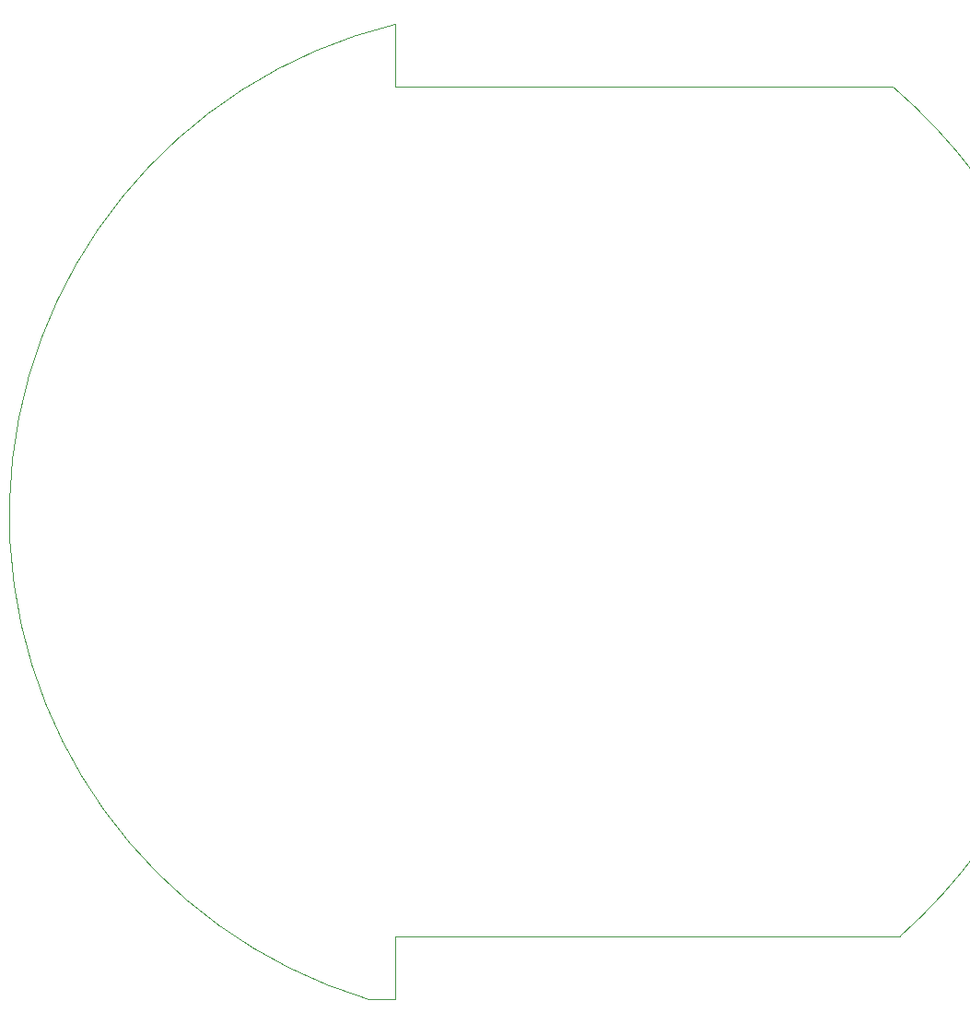
<source format=gbr>
%TF.GenerationSoftware,KiCad,Pcbnew,(6.0.9)*%
%TF.CreationDate,2022-12-06T16:34:43+05:30*%
%TF.ProjectId,micromouseus,6d696372-6f6d-46f7-9573-6575732e6b69,rev?*%
%TF.SameCoordinates,Original*%
%TF.FileFunction,Profile,NP*%
%FSLAX46Y46*%
G04 Gerber Fmt 4.6, Leading zero omitted, Abs format (unit mm)*
G04 Created by KiCad (PCBNEW (6.0.9)) date 2022-12-06 16:34:43*
%MOMM*%
%LPD*%
G01*
G04 APERTURE LIST*
%TA.AperFunction,Profile*%
%ADD10C,0.100000*%
%TD*%
G04 APERTURE END LIST*
D10*
X134620000Y-44450000D02*
X134620000Y-50165000D01*
X134620000Y-50165000D02*
X180340000Y-50165000D01*
X134620000Y-44449999D02*
G75*
G03*
X132080000Y-133985000I10960179J-45114456D01*
G01*
X132080000Y-133985000D02*
X134620000Y-133985000D01*
X180975001Y-128270001D02*
G75*
G03*
X180340000Y-50165000I-34479491J38774761D01*
G01*
X134620000Y-133985000D02*
X134620000Y-128270000D01*
X180975000Y-128270000D02*
X134620000Y-128270000D01*
M02*

</source>
